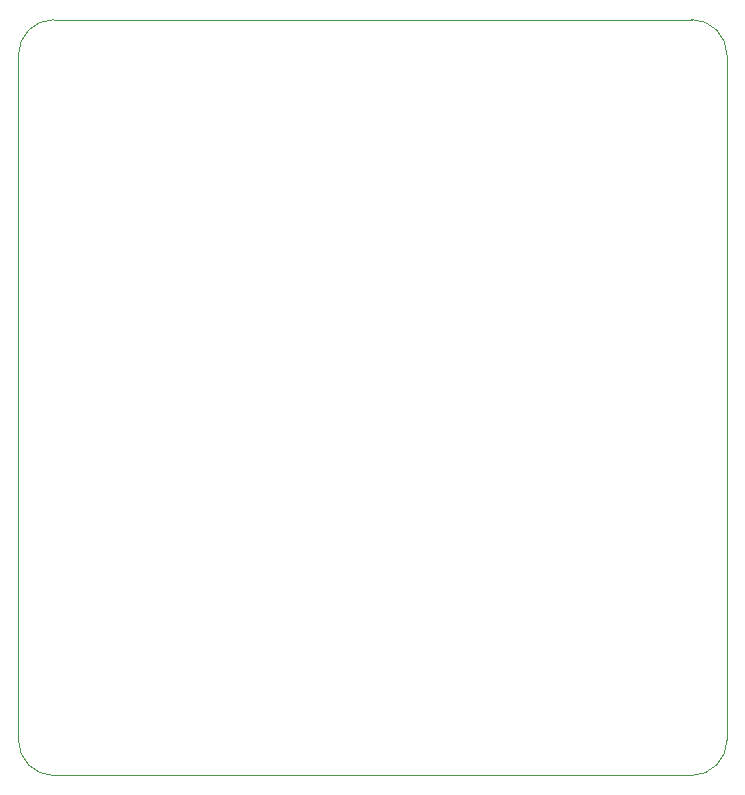
<source format=gbr>
%TF.GenerationSoftware,KiCad,Pcbnew,(6.0.7)*%
%TF.CreationDate,2022-10-18T11:50:53-04:00*%
%TF.ProjectId,LCDPCB,4c434450-4342-42e6-9b69-6361645f7063,rev?*%
%TF.SameCoordinates,Original*%
%TF.FileFunction,Profile,NP*%
%FSLAX46Y46*%
G04 Gerber Fmt 4.6, Leading zero omitted, Abs format (unit mm)*
G04 Created by KiCad (PCBNEW (6.0.7)) date 2022-10-18 11:50:53*
%MOMM*%
%LPD*%
G01*
G04 APERTURE LIST*
%TA.AperFunction,Profile*%
%ADD10C,0.100000*%
%TD*%
G04 APERTURE END LIST*
D10*
X111000000Y-57000000D02*
X111000000Y-115000000D01*
X168000000Y-118000000D02*
X114000000Y-118000000D01*
X168000000Y-54000000D02*
X114000000Y-54000000D01*
X171000000Y-115000000D02*
X171000000Y-57000000D01*
X168000000Y-118000000D02*
G75*
G03*
X171000000Y-115000000I0J3000000D01*
G01*
X114000000Y-54000000D02*
G75*
G03*
X111000000Y-57000000I0J-3000000D01*
G01*
X111000000Y-115000000D02*
G75*
G03*
X114000000Y-118000000I3000000J0D01*
G01*
X171000000Y-57000000D02*
G75*
G03*
X168000000Y-54000000I-3000000J0D01*
G01*
M02*

</source>
